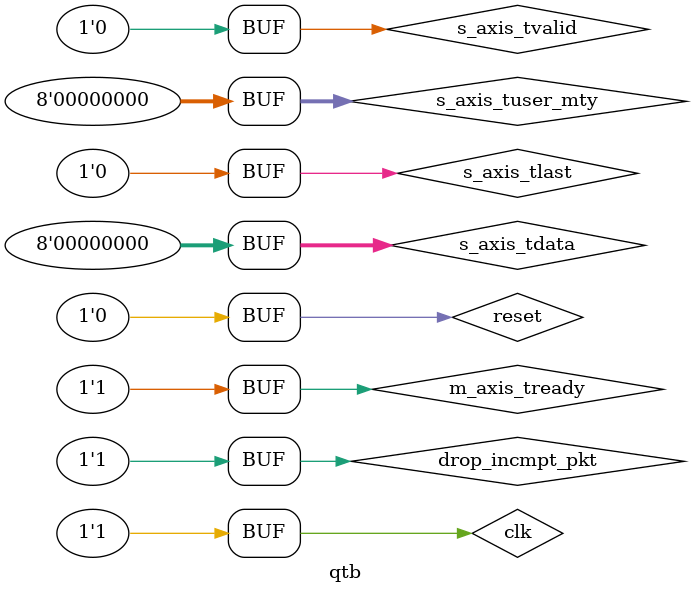
<source format=v>
`timescale 1ns / 1ps

module qtb;
	reg clk = 1;
	reg reset = 1;
	reg s_axis_tvalid = 0;
	reg [7:0] s_axis_tdata = 0;
	reg s_axis_tlast = 0;
	reg [7:0] s_axis_tuser_mty = 0;
	wire s_axis_tready;
	reg drop_incmpt_pkt = 0;
	
	wire m_axis_tvalid;
	wire [7:0] m_axis_tdata;
	wire m_axis_tlast;
	wire [7:0] m_axis_tuser_mty;
	reg m_axis_tready = 1;

always begin
	#5 clk = 0;
	#5 clk = 1;
end
	
initial begin

	#7 reset = 1;

	#23 reset = 0;
	
	//#10 s_axis_tvalid = 1;s_axis_tdata = 'h00;s_axis_tlast = 0;s_axis_tuser_mty = 0;
	#10 s_axis_tvalid = 1;s_axis_tdata = 'h01;s_axis_tlast = 0;s_axis_tuser_mty = 0;
	#10 s_axis_tvalid = 1;s_axis_tdata = 'h02;s_axis_tlast = 0;s_axis_tuser_mty = 0;
	#10 s_axis_tvalid = 1;s_axis_tdata = 'h03;s_axis_tlast = 0;s_axis_tuser_mty = 0;
	#10 s_axis_tvalid = 1;s_axis_tdata = 'h04;s_axis_tlast = 0;s_axis_tuser_mty = 0;
	#10 s_axis_tvalid = 1;s_axis_tdata = 'h05;s_axis_tlast = 0;s_axis_tuser_mty = 0;
	#10 s_axis_tvalid = 1;s_axis_tdata = 'h06;s_axis_tlast = 0;s_axis_tuser_mty = 0;
	#10 s_axis_tvalid = 1;s_axis_tdata = 'h07;s_axis_tlast = 0;s_axis_tuser_mty = 0;
	#10 s_axis_tvalid = 1;s_axis_tdata = 'h08;s_axis_tlast = 0;s_axis_tuser_mty = 0;
	#10 s_axis_tvalid = 1;s_axis_tdata = 'h09;s_axis_tlast = 0;s_axis_tuser_mty = 0;
	#10 s_axis_tvalid = 1;s_axis_tdata = 'h0a;s_axis_tlast = 0;s_axis_tuser_mty = 0;
	#10 s_axis_tvalid = 1;s_axis_tdata = 'h0b;s_axis_tlast = 0;s_axis_tuser_mty = 0;
	#10 s_axis_tvalid = 1;s_axis_tdata = 'h0c;s_axis_tlast = 1;s_axis_tuser_mty = 'h01;
	
	#10 s_axis_tvalid = 0;s_axis_tdata = 'h00;s_axis_tlast = 0;s_axis_tuser_mty = 0;
	#10 s_axis_tvalid = 0;s_axis_tdata = 'h00;s_axis_tlast = 0;s_axis_tuser_mty = 0;
	#10 s_axis_tvalid = 0;s_axis_tdata = 'h00;s_axis_tlast = 0;s_axis_tuser_mty = 0;
	#10 s_axis_tvalid = 0;s_axis_tdata = 'h00;s_axis_tlast = 0;s_axis_tuser_mty = 0;m_axis_tready = 1;
	#10 s_axis_tvalid = 0;s_axis_tdata = 'h00;s_axis_tlast = 0;s_axis_tuser_mty = 0;m_axis_tready = 0;
	#10 s_axis_tvalid = 0;s_axis_tdata = 'h00;s_axis_tlast = 0;s_axis_tuser_mty = 0;m_axis_tready = 0;
	#10 s_axis_tvalid = 0;s_axis_tdata = 'h00;s_axis_tlast = 0;s_axis_tuser_mty = 0;m_axis_tready = 1;
	#10 s_axis_tvalid = 0;s_axis_tdata = 'h00;s_axis_tlast = 0;s_axis_tuser_mty = 0;
	#10 s_axis_tvalid = 0;s_axis_tdata = 'h00;s_axis_tlast = 0;s_axis_tuser_mty = 0;
	#10 s_axis_tvalid = 0;s_axis_tdata = 'h00;s_axis_tlast = 0;s_axis_tuser_mty = 0;
	#10 s_axis_tvalid = 0;s_axis_tdata = 'h00;s_axis_tlast = 0;s_axis_tuser_mty = 0;
	#10 s_axis_tvalid = 0;s_axis_tdata = 'h00;s_axis_tlast = 0;s_axis_tuser_mty = 0;
	#10 s_axis_tvalid = 0;s_axis_tdata = 'h00;s_axis_tlast = 0;s_axis_tuser_mty = 0;
	#10 s_axis_tvalid = 0;s_axis_tdata = 'h00;s_axis_tlast = 0;s_axis_tuser_mty = 0;
	#10 s_axis_tvalid = 0;s_axis_tdata = 'h00;s_axis_tlast = 0;s_axis_tuser_mty = 0;
	#10 s_axis_tvalid = 0;s_axis_tdata = 'h00;s_axis_tlast = 0;s_axis_tuser_mty = 0;
	#10 s_axis_tvalid = 0;s_axis_tdata = 'h00;s_axis_tlast = 0;s_axis_tuser_mty = 0;
	#10 s_axis_tvalid = 0;s_axis_tdata = 'h00;s_axis_tlast = 0;s_axis_tuser_mty = 0;
	#10 s_axis_tvalid = 0;s_axis_tdata = 'h00;s_axis_tlast = 0;s_axis_tuser_mty = 0;
	#10 s_axis_tvalid = 0;s_axis_tdata = 'h00;s_axis_tlast = 0;s_axis_tuser_mty = 0;
	#10 s_axis_tvalid = 0;s_axis_tdata = 'h00;s_axis_tlast = 0;s_axis_tuser_mty = 0;
	#10 s_axis_tvalid = 0;s_axis_tdata = 'h00;s_axis_tlast = 0;s_axis_tuser_mty = 0;
	
	
	//#10 s_axis_tvalid = 1;s_axis_tdata = 'h00;s_axis_tlast = 0;s_axis_tuser_mty = 0;
	#10 s_axis_tvalid = 1;s_axis_tdata = 'h01;s_axis_tlast = 0;s_axis_tuser_mty = 0;
	#10 s_axis_tvalid = 1;s_axis_tdata = 'h02;s_axis_tlast = 0;s_axis_tuser_mty = 0;
	#10 s_axis_tvalid = 1;s_axis_tdata = 'h03;s_axis_tlast = 0;s_axis_tuser_mty = 0;
	#10 s_axis_tvalid = 1;s_axis_tdata = 'h04;s_axis_tlast = 0;s_axis_tuser_mty = 0;
	#10 s_axis_tvalid = 1;s_axis_tdata = 'h05;s_axis_tlast = 0;s_axis_tuser_mty = 0;
	#10 s_axis_tvalid = 1;s_axis_tdata = 'h06;s_axis_tlast = 0;s_axis_tuser_mty = 0;
	#10 s_axis_tvalid = 1;s_axis_tdata = 'h07;s_axis_tlast = 0;s_axis_tuser_mty = 0;
	#10 s_axis_tvalid = 1;s_axis_tdata = 'h08;s_axis_tlast = 0;s_axis_tuser_mty = 0;
	#10 s_axis_tvalid = 1;s_axis_tdata = 'h09;s_axis_tlast = 0;s_axis_tuser_mty = 0;
	#10 s_axis_tvalid = 1;s_axis_tdata = 'h0a;s_axis_tlast = 0;s_axis_tuser_mty = 0;
	#10 s_axis_tvalid = 1;s_axis_tdata = 'h0b;s_axis_tlast = 0;s_axis_tuser_mty = 0;
	#10 s_axis_tvalid = 1;s_axis_tdata = 'h0c;s_axis_tlast = 1;s_axis_tuser_mty = 'h02;
	
	//#10 s_axis_tvalid = 1;s_axis_tdata = 'h00;s_axis_tlast = 0;s_axis_tuser_mty = 0;
	#10 s_axis_tvalid = 1;s_axis_tdata = 'h01;s_axis_tlast = 0;s_axis_tuser_mty = 0;
	#10 s_axis_tvalid = 1;s_axis_tdata = 'h02;s_axis_tlast = 0;s_axis_tuser_mty = 0;
	#10 s_axis_tvalid = 1;s_axis_tdata = 'h03;s_axis_tlast = 0;s_axis_tuser_mty = 0;
	#10 s_axis_tvalid = 1;s_axis_tdata = 'h04;s_axis_tlast = 0;s_axis_tuser_mty = 0;
	#10 s_axis_tvalid = 1;s_axis_tdata = 'h05;s_axis_tlast = 0;s_axis_tuser_mty = 0;
	#10 s_axis_tvalid = 1;s_axis_tdata = 'h06;s_axis_tlast = 0;s_axis_tuser_mty = 0;
	#10 s_axis_tvalid = 1;s_axis_tdata = 'h07;s_axis_tlast = 0;s_axis_tuser_mty = 0;
	#10 s_axis_tvalid = 1;s_axis_tdata = 'h08;s_axis_tlast = 0;s_axis_tuser_mty = 0;
	#10 s_axis_tvalid = 1;s_axis_tdata = 'h09;s_axis_tlast = 0;s_axis_tuser_mty = 0;
	#10 s_axis_tvalid = 1;s_axis_tdata = 'h0a;s_axis_tlast = 0;s_axis_tuser_mty = 0;
	#10 s_axis_tvalid = 1;s_axis_tdata = 'h0b;s_axis_tlast = 0;s_axis_tuser_mty = 0;
	#10 s_axis_tvalid = 1;s_axis_tdata = 'h0c;s_axis_tlast = 1;s_axis_tuser_mty = 'h03;

	//#10 s_axis_tvalid = 1;s_axis_tdata = 'h00;s_axis_tlast = 0;s_axis_tuser_mty = 0;
	#10 s_axis_tvalid = 1;s_axis_tdata = 'h01;s_axis_tlast = 0;s_axis_tuser_mty = 0;
	#10 s_axis_tvalid = 1;s_axis_tdata = 'h02;s_axis_tlast = 0;s_axis_tuser_mty = 0;
	#10 s_axis_tvalid = 1;s_axis_tdata = 'h03;s_axis_tlast = 0;s_axis_tuser_mty = 0;
	#10 s_axis_tvalid = 1;s_axis_tdata = 'h04;s_axis_tlast = 0;s_axis_tuser_mty = 0;
	#10 s_axis_tvalid = 1;s_axis_tdata = 'h05;s_axis_tlast = 0;s_axis_tuser_mty = 0;
	#10 s_axis_tvalid = 1;s_axis_tdata = 'h06;s_axis_tlast = 0;s_axis_tuser_mty = 0;
	#10 s_axis_tvalid = 1;s_axis_tdata = 'h07;s_axis_tlast = 0;s_axis_tuser_mty = 0;
	#10 s_axis_tvalid = 1;s_axis_tdata = 'h08;s_axis_tlast = 0;s_axis_tuser_mty = 0;
	#10 s_axis_tvalid = 1;s_axis_tdata = 'h09;s_axis_tlast = 0;s_axis_tuser_mty = 0;
	#10 s_axis_tvalid = 1;s_axis_tdata = 'h0a;s_axis_tlast = 0;s_axis_tuser_mty = 0;
	#10 s_axis_tvalid = 1;s_axis_tdata = 'h0b;s_axis_tlast = 0;s_axis_tuser_mty = 0;
	#10 s_axis_tvalid = 1;s_axis_tdata = 'h0c;s_axis_tlast = 1;s_axis_tuser_mty = 'h04;
	
	//#10 s_axis_tvalid = 1;s_axis_tdata = 'h00;s_axis_tlast = 0;s_axis_tuser_mty = 0;
	#10 s_axis_tvalid = 1;s_axis_tdata = 'h01;s_axis_tlast = 0;s_axis_tuser_mty = 0;
	#10 s_axis_tvalid = 1;s_axis_tdata = 'h02;s_axis_tlast = 0;s_axis_tuser_mty = 0;
	#10 s_axis_tvalid = 1;s_axis_tdata = 'h03;s_axis_tlast = 0;s_axis_tuser_mty = 0;
	#10 s_axis_tvalid = 1;s_axis_tdata = 'h04;s_axis_tlast = 0;s_axis_tuser_mty = 0;
	#10 s_axis_tvalid = 1;s_axis_tdata = 'h05;s_axis_tlast = 0;s_axis_tuser_mty = 0;
	#10 s_axis_tvalid = 1;s_axis_tdata = 'h06;s_axis_tlast = 0;s_axis_tuser_mty = 0;
	#10 s_axis_tvalid = 1;s_axis_tdata = 'h07;s_axis_tlast = 0;s_axis_tuser_mty = 0;
	#10 s_axis_tvalid = 1;s_axis_tdata = 'h08;s_axis_tlast = 0;s_axis_tuser_mty = 0;
	#10 s_axis_tvalid = 1;s_axis_tdata = 'h09;s_axis_tlast = 0;s_axis_tuser_mty = 0;
	#10 s_axis_tvalid = 1;s_axis_tdata = 'h0a;s_axis_tlast = 0;s_axis_tuser_mty = 0;
	#10 s_axis_tvalid = 1;s_axis_tdata = 'h0b;s_axis_tlast = 0;s_axis_tuser_mty = 0;
	#10 s_axis_tvalid = 1;s_axis_tdata = 'h0c;s_axis_tlast = 1;s_axis_tuser_mty = 'h05;drop_incmpt_pkt = 1;
	
	//#10 s_axis_tvalid = 1;s_axis_tdata = 'h00;s_axis_tlast = 0;s_axis_tuser_mty = 0;drop_incmpt_pkt = 0;
	#10 s_axis_tvalid = 1;s_axis_tdata = 'h01;s_axis_tlast = 0;s_axis_tuser_mty = 0;
	#10 s_axis_tvalid = 1;s_axis_tdata = 'h02;s_axis_tlast = 0;s_axis_tuser_mty = 0;
	#10 s_axis_tvalid = 1;s_axis_tdata = 'h03;s_axis_tlast = 0;s_axis_tuser_mty = 0;
	#10 s_axis_tvalid = 1;s_axis_tdata = 'h04;s_axis_tlast = 0;s_axis_tuser_mty = 0;
	#10 s_axis_tvalid = 1;s_axis_tdata = 'h05;s_axis_tlast = 0;s_axis_tuser_mty = 0;
	#10 s_axis_tvalid = 1;s_axis_tdata = 'h06;s_axis_tlast = 0;s_axis_tuser_mty = 0;
	#10 s_axis_tvalid = 1;s_axis_tdata = 'h07;s_axis_tlast = 0;s_axis_tuser_mty = 0;
	#10 s_axis_tvalid = 1;s_axis_tdata = 'h08;s_axis_tlast = 0;s_axis_tuser_mty = 0;
	#10 s_axis_tvalid = 1;s_axis_tdata = 'h09;s_axis_tlast = 0;s_axis_tuser_mty = 0;
	#10 s_axis_tvalid = 1;s_axis_tdata = 'h0a;s_axis_tlast = 0;s_axis_tuser_mty = 0;
	#10 s_axis_tvalid = 1;s_axis_tdata = 'h0b;s_axis_tlast = 0;s_axis_tuser_mty = 0;
	#10 s_axis_tvalid = 1;s_axis_tdata = 'h0c;s_axis_tlast = 1;s_axis_tuser_mty = 'h06;
	
	#10 s_axis_tvalid = 0;s_axis_tdata = 'h00;s_axis_tlast = 0;s_axis_tuser_mty = 0;
	

end


queue#()queue_inst(
		.s_axis_tvalid(s_axis_tvalid),
		.s_axis_tdata(s_axis_tdata),
        .s_axis_tlast(s_axis_tlast),
		.s_axis_tuser_mty(s_axis_tuser_mty),
		.s_axis_tready(s_axis_tready),//()
		
		.drop_incmpt_pkt(drop_incmpt_pkt),
   
        .m_axis_tvalid(m_axis_tvalid),
        .m_axis_tdata(m_axis_tdata),
        .m_axis_tlast(m_axis_tlast),
        .m_axis_tuser_mty(m_axis_tuser_mty),
        .m_axis_tready(m_axis_tready),
        
        .areset(reset),
        .aclk(clk)
        
	);
	
	
endmodule

</source>
